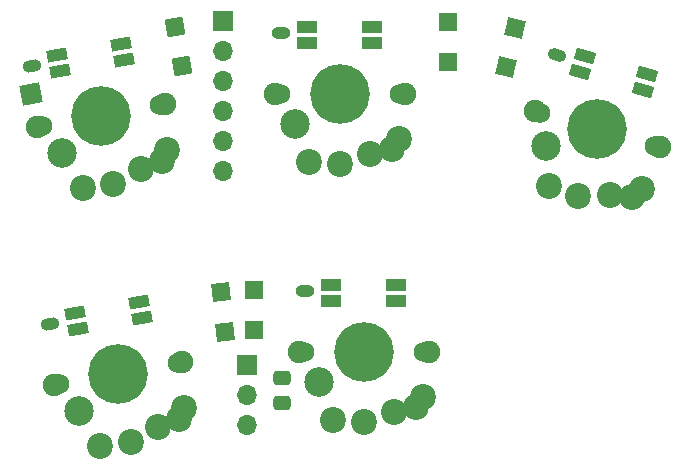
<source format=gbr>
%TF.GenerationSoftware,KiCad,Pcbnew,(6.99.0-4085-g6c752680d7)*%
%TF.CreationDate,2022-11-14T17:07:19+08:00*%
%TF.ProjectId,flex,666c6578-2e6b-4696-9361-645f70636258,rev?*%
%TF.SameCoordinates,Original*%
%TF.FileFunction,Soldermask,Top*%
%TF.FilePolarity,Negative*%
%FSLAX46Y46*%
G04 Gerber Fmt 4.6, Leading zero omitted, Abs format (unit mm)*
G04 Created by KiCad (PCBNEW (6.99.0-4085-g6c752680d7)) date 2022-11-14 17:07:19*
%MOMM*%
%LPD*%
G01*
G04 APERTURE LIST*
G04 Aperture macros list*
%AMRoundRect*
0 Rectangle with rounded corners*
0 $1 Rounding radius*
0 $2 $3 $4 $5 $6 $7 $8 $9 X,Y pos of 4 corners*
0 Add a 4 corners polygon primitive as box body*
4,1,4,$2,$3,$4,$5,$6,$7,$8,$9,$2,$3,0*
0 Add four circle primitives for the rounded corners*
1,1,$1+$1,$2,$3*
1,1,$1+$1,$4,$5*
1,1,$1+$1,$6,$7*
1,1,$1+$1,$8,$9*
0 Add four rect primitives between the rounded corners*
20,1,$1+$1,$2,$3,$4,$5,0*
20,1,$1+$1,$4,$5,$6,$7,0*
20,1,$1+$1,$6,$7,$8,$9,0*
20,1,$1+$1,$8,$9,$2,$3,0*%
%AMHorizOval*
0 Thick line with rounded ends*
0 $1 width*
0 $2 $3 position (X,Y) of the first rounded end (center of the circle)*
0 $4 $5 position (X,Y) of the second rounded end (center of the circle)*
0 Add line between two ends*
20,1,$1,$2,$3,$4,$5,0*
0 Add two circle primitives to create the rounded ends*
1,1,$1,$2,$3*
1,1,$1,$4,$5*%
%AMRotRect*
0 Rectangle, with rotation*
0 The origin of the aperture is its center*
0 $1 length*
0 $2 width*
0 $3 Rotation angle, in degrees counterclockwise*
0 Add horizontal line*
21,1,$1,$2,0,0,$3*%
G04 Aperture macros list end*
%ADD10R,1.700000X1.700000*%
%ADD11O,1.700000X1.700000*%
%ADD12R,1.524000X1.524000*%
%ADD13R,1.700000X1.000000*%
%ADD14RotRect,1.524000X1.524000X276.000000*%
%ADD15C,1.900000*%
%ADD16C,1.750000*%
%ADD17HorizOval,1.000000X0.295442X0.052094X-0.295442X-0.052094X0*%
%ADD18C,5.050000*%
%ADD19C,2.500000*%
%ADD20C,2.200000*%
%ADD21RoundRect,0.250000X-0.475000X0.337500X-0.475000X-0.337500X0.475000X-0.337500X0.475000X0.337500X0*%
%ADD22RotRect,1.524000X1.524000X280.000000*%
%ADD23O,1.600000X1.000000*%
%ADD24HorizOval,1.000000X0.288379X-0.082691X-0.288379X0.082691X0*%
%ADD25RotRect,1.700000X1.000000X190.000000*%
%ADD26RotRect,1.700000X1.000000X10.000000*%
%ADD27RotRect,1.700000X1.000000X164.000000*%
%ADD28RotRect,1.700000X1.700000X11.000000*%
%ADD29RotRect,1.524000X1.524000X257.000000*%
G04 APERTURE END LIST*
D10*
%TO.C,J2*%
X84959213Y-98494082D03*
D11*
X84959213Y-101034082D03*
X84959213Y-103574082D03*
%TD*%
D12*
%TO.C,D1*%
X85598034Y-92130937D03*
X85598034Y-95530937D03*
%TD*%
D13*
%TO.C,D4*%
X97616014Y-93052480D03*
X92116014Y-93052480D03*
X92116014Y-91652480D03*
X97616014Y-91652480D03*
%TD*%
%TO.C,D10*%
X90084020Y-69808480D03*
X95584020Y-69808480D03*
X95584020Y-71208480D03*
X90084020Y-71208480D03*
%TD*%
D14*
%TO.C,D9*%
X82766438Y-92261133D03*
X83121835Y-95642508D03*
%TD*%
D15*
%TO.C,SW9*%
X68672382Y-100136342D03*
D16*
X69086002Y-100063410D03*
D17*
X68270497Y-94977757D03*
D18*
X74088825Y-99181277D03*
D16*
X79091648Y-98299144D03*
D15*
X79505268Y-98226212D03*
D19*
X70777774Y-102344288D03*
D20*
X72526802Y-105295407D03*
X75113349Y-104991643D03*
X77472369Y-103743034D03*
X79238126Y-103045821D03*
X79672727Y-102055306D03*
%TD*%
D21*
%TO.C,C1*%
X87943072Y-99566558D03*
X87943072Y-101641558D03*
%TD*%
D22*
%TO.C,D5*%
X78902781Y-69814117D03*
X79493185Y-73162463D03*
%TD*%
D15*
%TO.C,SW19*%
X87334019Y-75508476D03*
D16*
X87754019Y-75508476D03*
D23*
X87834018Y-70358475D03*
D18*
X92834019Y-75508476D03*
D16*
X97914019Y-75508476D03*
D15*
X98334019Y-75508476D03*
D19*
X89024019Y-78048476D03*
D20*
X90234019Y-81258476D03*
X92834019Y-81408476D03*
X95374019Y-80588476D03*
X97234019Y-80208476D03*
X97834019Y-79308476D03*
%TD*%
D15*
%TO.C,SW14*%
X109340287Y-76989670D03*
D16*
X109744017Y-77105437D03*
D24*
X111240449Y-72176989D03*
D18*
X114627226Y-78505675D03*
D16*
X119510435Y-79905913D03*
D15*
X119914165Y-80021680D03*
D19*
X110264700Y-79897101D03*
D20*
X110543031Y-83316273D03*
X113000966Y-84177119D03*
X115668593Y-84089003D03*
X117561282Y-84236409D03*
X118386113Y-83536656D03*
%TD*%
D25*
%TO.C,D12*%
X68917600Y-72201393D03*
X74334043Y-71246328D03*
X74577150Y-72625059D03*
X69160707Y-73580124D03*
%TD*%
D26*
%TO.C,D2*%
X76050349Y-94469069D03*
X70633906Y-95424134D03*
X70390799Y-94045403D03*
X75807242Y-93090338D03*
%TD*%
D10*
%TO.C,J1*%
X82978828Y-69310873D03*
D11*
X82978828Y-71850873D03*
X82978828Y-74390873D03*
X82978828Y-76930873D03*
X82978828Y-79470873D03*
X82978828Y-82010873D03*
%TD*%
D15*
%TO.C,SW1*%
X89366022Y-97352476D03*
D16*
X89786022Y-97352476D03*
D23*
X89866021Y-92202475D03*
D18*
X94866022Y-97352476D03*
D16*
X99946022Y-97352476D03*
D15*
X100366022Y-97352476D03*
D19*
X91056022Y-99892476D03*
D20*
X92266022Y-103102476D03*
X94866022Y-103252476D03*
X97406022Y-102432476D03*
X99266022Y-102052476D03*
X99866022Y-101152476D03*
%TD*%
D12*
%TO.C,D19*%
X102006530Y-69436855D03*
X102006530Y-72836855D03*
%TD*%
D27*
%TO.C,D7*%
X113562085Y-72268792D03*
X118849025Y-73784798D03*
X118463133Y-75130564D03*
X113176193Y-73614558D03*
%TD*%
D15*
%TO.C,SW5*%
X67199186Y-78292338D03*
D16*
X67612806Y-78219406D03*
D17*
X66797301Y-73133753D03*
D18*
X72615629Y-77337273D03*
D16*
X77618452Y-76455140D03*
D15*
X78032072Y-76382208D03*
D19*
X69304578Y-80500284D03*
D20*
X71053606Y-83451403D03*
X73640153Y-83147639D03*
X75999173Y-81899030D03*
X77764930Y-81201817D03*
X78199531Y-80211302D03*
%TD*%
D28*
%TO.C,J3*%
X66648412Y-75536199D03*
%TD*%
D29*
%TO.C,D14*%
X107650117Y-69909034D03*
X106885283Y-73221892D03*
%TD*%
M02*

</source>
